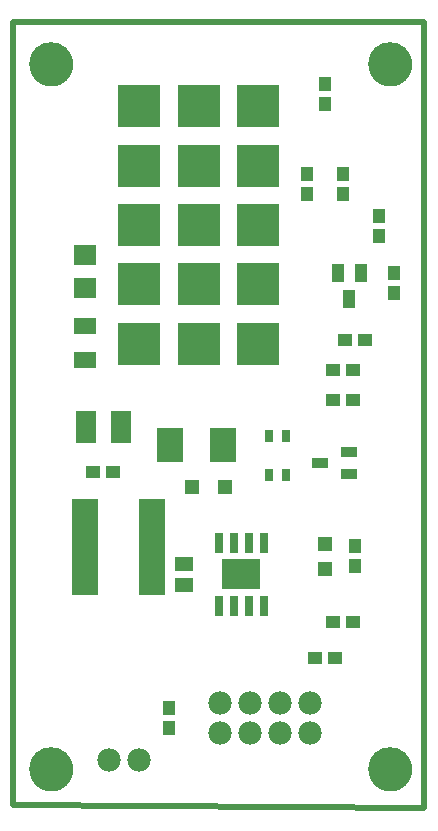
<source format=gts>
G75*
%MOIN*%
%OFA0B0*%
%FSLAX25Y25*%
%IPPOS*%
%LPD*%
%AMOC8*
5,1,8,0,0,1.08239X$1,22.5*
%
%ADD10C,0.02000*%
%ADD11C,0.00000*%
%ADD12C,0.14573*%
%ADD13R,0.13900X0.13900*%
%ADD14R,0.04731X0.04337*%
%ADD15R,0.06700X0.11000*%
%ADD16R,0.06100X0.04800*%
%ADD17R,0.03000X0.04200*%
%ADD18R,0.02500X0.06700*%
%ADD19R,0.12600X0.09900*%
%ADD20R,0.09061X0.31896*%
%ADD21R,0.05124X0.05124*%
%ADD22R,0.04337X0.04731*%
%ADD23R,0.08900X0.11199*%
%ADD24R,0.05600X0.03353*%
%ADD25R,0.07487X0.06699*%
%ADD26R,0.07487X0.05676*%
%ADD27C,0.07800*%
%ADD28R,0.04337X0.05912*%
D10*
X0002000Y0037211D02*
X0139000Y0036211D01*
X0139000Y0298211D01*
X0002000Y0298211D01*
X0002000Y0037211D01*
D11*
X0007413Y0049211D02*
X0007415Y0049385D01*
X0007422Y0049559D01*
X0007432Y0049732D01*
X0007447Y0049906D01*
X0007466Y0050079D01*
X0007490Y0050251D01*
X0007517Y0050423D01*
X0007549Y0050594D01*
X0007585Y0050764D01*
X0007625Y0050933D01*
X0007670Y0051101D01*
X0007718Y0051268D01*
X0007771Y0051434D01*
X0007827Y0051599D01*
X0007888Y0051762D01*
X0007952Y0051923D01*
X0008021Y0052083D01*
X0008093Y0052241D01*
X0008170Y0052397D01*
X0008250Y0052552D01*
X0008334Y0052704D01*
X0008421Y0052854D01*
X0008513Y0053003D01*
X0008607Y0053148D01*
X0008706Y0053292D01*
X0008808Y0053433D01*
X0008913Y0053571D01*
X0009022Y0053707D01*
X0009134Y0053840D01*
X0009249Y0053970D01*
X0009367Y0054098D01*
X0009489Y0054222D01*
X0009613Y0054344D01*
X0009741Y0054462D01*
X0009871Y0054577D01*
X0010004Y0054689D01*
X0010140Y0054798D01*
X0010278Y0054903D01*
X0010419Y0055005D01*
X0010563Y0055104D01*
X0010708Y0055198D01*
X0010857Y0055290D01*
X0011007Y0055377D01*
X0011159Y0055461D01*
X0011314Y0055541D01*
X0011470Y0055618D01*
X0011628Y0055690D01*
X0011788Y0055759D01*
X0011949Y0055823D01*
X0012112Y0055884D01*
X0012277Y0055940D01*
X0012443Y0055993D01*
X0012610Y0056041D01*
X0012778Y0056086D01*
X0012947Y0056126D01*
X0013117Y0056162D01*
X0013288Y0056194D01*
X0013460Y0056221D01*
X0013632Y0056245D01*
X0013805Y0056264D01*
X0013979Y0056279D01*
X0014152Y0056289D01*
X0014326Y0056296D01*
X0014500Y0056298D01*
X0014674Y0056296D01*
X0014848Y0056289D01*
X0015021Y0056279D01*
X0015195Y0056264D01*
X0015368Y0056245D01*
X0015540Y0056221D01*
X0015712Y0056194D01*
X0015883Y0056162D01*
X0016053Y0056126D01*
X0016222Y0056086D01*
X0016390Y0056041D01*
X0016557Y0055993D01*
X0016723Y0055940D01*
X0016888Y0055884D01*
X0017051Y0055823D01*
X0017212Y0055759D01*
X0017372Y0055690D01*
X0017530Y0055618D01*
X0017686Y0055541D01*
X0017841Y0055461D01*
X0017993Y0055377D01*
X0018143Y0055290D01*
X0018292Y0055198D01*
X0018437Y0055104D01*
X0018581Y0055005D01*
X0018722Y0054903D01*
X0018860Y0054798D01*
X0018996Y0054689D01*
X0019129Y0054577D01*
X0019259Y0054462D01*
X0019387Y0054344D01*
X0019511Y0054222D01*
X0019633Y0054098D01*
X0019751Y0053970D01*
X0019866Y0053840D01*
X0019978Y0053707D01*
X0020087Y0053571D01*
X0020192Y0053433D01*
X0020294Y0053292D01*
X0020393Y0053148D01*
X0020487Y0053003D01*
X0020579Y0052854D01*
X0020666Y0052704D01*
X0020750Y0052552D01*
X0020830Y0052397D01*
X0020907Y0052241D01*
X0020979Y0052083D01*
X0021048Y0051923D01*
X0021112Y0051762D01*
X0021173Y0051599D01*
X0021229Y0051434D01*
X0021282Y0051268D01*
X0021330Y0051101D01*
X0021375Y0050933D01*
X0021415Y0050764D01*
X0021451Y0050594D01*
X0021483Y0050423D01*
X0021510Y0050251D01*
X0021534Y0050079D01*
X0021553Y0049906D01*
X0021568Y0049732D01*
X0021578Y0049559D01*
X0021585Y0049385D01*
X0021587Y0049211D01*
X0021585Y0049037D01*
X0021578Y0048863D01*
X0021568Y0048690D01*
X0021553Y0048516D01*
X0021534Y0048343D01*
X0021510Y0048171D01*
X0021483Y0047999D01*
X0021451Y0047828D01*
X0021415Y0047658D01*
X0021375Y0047489D01*
X0021330Y0047321D01*
X0021282Y0047154D01*
X0021229Y0046988D01*
X0021173Y0046823D01*
X0021112Y0046660D01*
X0021048Y0046499D01*
X0020979Y0046339D01*
X0020907Y0046181D01*
X0020830Y0046025D01*
X0020750Y0045870D01*
X0020666Y0045718D01*
X0020579Y0045568D01*
X0020487Y0045419D01*
X0020393Y0045274D01*
X0020294Y0045130D01*
X0020192Y0044989D01*
X0020087Y0044851D01*
X0019978Y0044715D01*
X0019866Y0044582D01*
X0019751Y0044452D01*
X0019633Y0044324D01*
X0019511Y0044200D01*
X0019387Y0044078D01*
X0019259Y0043960D01*
X0019129Y0043845D01*
X0018996Y0043733D01*
X0018860Y0043624D01*
X0018722Y0043519D01*
X0018581Y0043417D01*
X0018437Y0043318D01*
X0018292Y0043224D01*
X0018143Y0043132D01*
X0017993Y0043045D01*
X0017841Y0042961D01*
X0017686Y0042881D01*
X0017530Y0042804D01*
X0017372Y0042732D01*
X0017212Y0042663D01*
X0017051Y0042599D01*
X0016888Y0042538D01*
X0016723Y0042482D01*
X0016557Y0042429D01*
X0016390Y0042381D01*
X0016222Y0042336D01*
X0016053Y0042296D01*
X0015883Y0042260D01*
X0015712Y0042228D01*
X0015540Y0042201D01*
X0015368Y0042177D01*
X0015195Y0042158D01*
X0015021Y0042143D01*
X0014848Y0042133D01*
X0014674Y0042126D01*
X0014500Y0042124D01*
X0014326Y0042126D01*
X0014152Y0042133D01*
X0013979Y0042143D01*
X0013805Y0042158D01*
X0013632Y0042177D01*
X0013460Y0042201D01*
X0013288Y0042228D01*
X0013117Y0042260D01*
X0012947Y0042296D01*
X0012778Y0042336D01*
X0012610Y0042381D01*
X0012443Y0042429D01*
X0012277Y0042482D01*
X0012112Y0042538D01*
X0011949Y0042599D01*
X0011788Y0042663D01*
X0011628Y0042732D01*
X0011470Y0042804D01*
X0011314Y0042881D01*
X0011159Y0042961D01*
X0011007Y0043045D01*
X0010857Y0043132D01*
X0010708Y0043224D01*
X0010563Y0043318D01*
X0010419Y0043417D01*
X0010278Y0043519D01*
X0010140Y0043624D01*
X0010004Y0043733D01*
X0009871Y0043845D01*
X0009741Y0043960D01*
X0009613Y0044078D01*
X0009489Y0044200D01*
X0009367Y0044324D01*
X0009249Y0044452D01*
X0009134Y0044582D01*
X0009022Y0044715D01*
X0008913Y0044851D01*
X0008808Y0044989D01*
X0008706Y0045130D01*
X0008607Y0045274D01*
X0008513Y0045419D01*
X0008421Y0045568D01*
X0008334Y0045718D01*
X0008250Y0045870D01*
X0008170Y0046025D01*
X0008093Y0046181D01*
X0008021Y0046339D01*
X0007952Y0046499D01*
X0007888Y0046660D01*
X0007827Y0046823D01*
X0007771Y0046988D01*
X0007718Y0047154D01*
X0007670Y0047321D01*
X0007625Y0047489D01*
X0007585Y0047658D01*
X0007549Y0047828D01*
X0007517Y0047999D01*
X0007490Y0048171D01*
X0007466Y0048343D01*
X0007447Y0048516D01*
X0007432Y0048690D01*
X0007422Y0048863D01*
X0007415Y0049037D01*
X0007413Y0049211D01*
X0007413Y0284211D02*
X0007415Y0284385D01*
X0007422Y0284559D01*
X0007432Y0284732D01*
X0007447Y0284906D01*
X0007466Y0285079D01*
X0007490Y0285251D01*
X0007517Y0285423D01*
X0007549Y0285594D01*
X0007585Y0285764D01*
X0007625Y0285933D01*
X0007670Y0286101D01*
X0007718Y0286268D01*
X0007771Y0286434D01*
X0007827Y0286599D01*
X0007888Y0286762D01*
X0007952Y0286923D01*
X0008021Y0287083D01*
X0008093Y0287241D01*
X0008170Y0287397D01*
X0008250Y0287552D01*
X0008334Y0287704D01*
X0008421Y0287854D01*
X0008513Y0288003D01*
X0008607Y0288148D01*
X0008706Y0288292D01*
X0008808Y0288433D01*
X0008913Y0288571D01*
X0009022Y0288707D01*
X0009134Y0288840D01*
X0009249Y0288970D01*
X0009367Y0289098D01*
X0009489Y0289222D01*
X0009613Y0289344D01*
X0009741Y0289462D01*
X0009871Y0289577D01*
X0010004Y0289689D01*
X0010140Y0289798D01*
X0010278Y0289903D01*
X0010419Y0290005D01*
X0010563Y0290104D01*
X0010708Y0290198D01*
X0010857Y0290290D01*
X0011007Y0290377D01*
X0011159Y0290461D01*
X0011314Y0290541D01*
X0011470Y0290618D01*
X0011628Y0290690D01*
X0011788Y0290759D01*
X0011949Y0290823D01*
X0012112Y0290884D01*
X0012277Y0290940D01*
X0012443Y0290993D01*
X0012610Y0291041D01*
X0012778Y0291086D01*
X0012947Y0291126D01*
X0013117Y0291162D01*
X0013288Y0291194D01*
X0013460Y0291221D01*
X0013632Y0291245D01*
X0013805Y0291264D01*
X0013979Y0291279D01*
X0014152Y0291289D01*
X0014326Y0291296D01*
X0014500Y0291298D01*
X0014674Y0291296D01*
X0014848Y0291289D01*
X0015021Y0291279D01*
X0015195Y0291264D01*
X0015368Y0291245D01*
X0015540Y0291221D01*
X0015712Y0291194D01*
X0015883Y0291162D01*
X0016053Y0291126D01*
X0016222Y0291086D01*
X0016390Y0291041D01*
X0016557Y0290993D01*
X0016723Y0290940D01*
X0016888Y0290884D01*
X0017051Y0290823D01*
X0017212Y0290759D01*
X0017372Y0290690D01*
X0017530Y0290618D01*
X0017686Y0290541D01*
X0017841Y0290461D01*
X0017993Y0290377D01*
X0018143Y0290290D01*
X0018292Y0290198D01*
X0018437Y0290104D01*
X0018581Y0290005D01*
X0018722Y0289903D01*
X0018860Y0289798D01*
X0018996Y0289689D01*
X0019129Y0289577D01*
X0019259Y0289462D01*
X0019387Y0289344D01*
X0019511Y0289222D01*
X0019633Y0289098D01*
X0019751Y0288970D01*
X0019866Y0288840D01*
X0019978Y0288707D01*
X0020087Y0288571D01*
X0020192Y0288433D01*
X0020294Y0288292D01*
X0020393Y0288148D01*
X0020487Y0288003D01*
X0020579Y0287854D01*
X0020666Y0287704D01*
X0020750Y0287552D01*
X0020830Y0287397D01*
X0020907Y0287241D01*
X0020979Y0287083D01*
X0021048Y0286923D01*
X0021112Y0286762D01*
X0021173Y0286599D01*
X0021229Y0286434D01*
X0021282Y0286268D01*
X0021330Y0286101D01*
X0021375Y0285933D01*
X0021415Y0285764D01*
X0021451Y0285594D01*
X0021483Y0285423D01*
X0021510Y0285251D01*
X0021534Y0285079D01*
X0021553Y0284906D01*
X0021568Y0284732D01*
X0021578Y0284559D01*
X0021585Y0284385D01*
X0021587Y0284211D01*
X0021585Y0284037D01*
X0021578Y0283863D01*
X0021568Y0283690D01*
X0021553Y0283516D01*
X0021534Y0283343D01*
X0021510Y0283171D01*
X0021483Y0282999D01*
X0021451Y0282828D01*
X0021415Y0282658D01*
X0021375Y0282489D01*
X0021330Y0282321D01*
X0021282Y0282154D01*
X0021229Y0281988D01*
X0021173Y0281823D01*
X0021112Y0281660D01*
X0021048Y0281499D01*
X0020979Y0281339D01*
X0020907Y0281181D01*
X0020830Y0281025D01*
X0020750Y0280870D01*
X0020666Y0280718D01*
X0020579Y0280568D01*
X0020487Y0280419D01*
X0020393Y0280274D01*
X0020294Y0280130D01*
X0020192Y0279989D01*
X0020087Y0279851D01*
X0019978Y0279715D01*
X0019866Y0279582D01*
X0019751Y0279452D01*
X0019633Y0279324D01*
X0019511Y0279200D01*
X0019387Y0279078D01*
X0019259Y0278960D01*
X0019129Y0278845D01*
X0018996Y0278733D01*
X0018860Y0278624D01*
X0018722Y0278519D01*
X0018581Y0278417D01*
X0018437Y0278318D01*
X0018292Y0278224D01*
X0018143Y0278132D01*
X0017993Y0278045D01*
X0017841Y0277961D01*
X0017686Y0277881D01*
X0017530Y0277804D01*
X0017372Y0277732D01*
X0017212Y0277663D01*
X0017051Y0277599D01*
X0016888Y0277538D01*
X0016723Y0277482D01*
X0016557Y0277429D01*
X0016390Y0277381D01*
X0016222Y0277336D01*
X0016053Y0277296D01*
X0015883Y0277260D01*
X0015712Y0277228D01*
X0015540Y0277201D01*
X0015368Y0277177D01*
X0015195Y0277158D01*
X0015021Y0277143D01*
X0014848Y0277133D01*
X0014674Y0277126D01*
X0014500Y0277124D01*
X0014326Y0277126D01*
X0014152Y0277133D01*
X0013979Y0277143D01*
X0013805Y0277158D01*
X0013632Y0277177D01*
X0013460Y0277201D01*
X0013288Y0277228D01*
X0013117Y0277260D01*
X0012947Y0277296D01*
X0012778Y0277336D01*
X0012610Y0277381D01*
X0012443Y0277429D01*
X0012277Y0277482D01*
X0012112Y0277538D01*
X0011949Y0277599D01*
X0011788Y0277663D01*
X0011628Y0277732D01*
X0011470Y0277804D01*
X0011314Y0277881D01*
X0011159Y0277961D01*
X0011007Y0278045D01*
X0010857Y0278132D01*
X0010708Y0278224D01*
X0010563Y0278318D01*
X0010419Y0278417D01*
X0010278Y0278519D01*
X0010140Y0278624D01*
X0010004Y0278733D01*
X0009871Y0278845D01*
X0009741Y0278960D01*
X0009613Y0279078D01*
X0009489Y0279200D01*
X0009367Y0279324D01*
X0009249Y0279452D01*
X0009134Y0279582D01*
X0009022Y0279715D01*
X0008913Y0279851D01*
X0008808Y0279989D01*
X0008706Y0280130D01*
X0008607Y0280274D01*
X0008513Y0280419D01*
X0008421Y0280568D01*
X0008334Y0280718D01*
X0008250Y0280870D01*
X0008170Y0281025D01*
X0008093Y0281181D01*
X0008021Y0281339D01*
X0007952Y0281499D01*
X0007888Y0281660D01*
X0007827Y0281823D01*
X0007771Y0281988D01*
X0007718Y0282154D01*
X0007670Y0282321D01*
X0007625Y0282489D01*
X0007585Y0282658D01*
X0007549Y0282828D01*
X0007517Y0282999D01*
X0007490Y0283171D01*
X0007466Y0283343D01*
X0007447Y0283516D01*
X0007432Y0283690D01*
X0007422Y0283863D01*
X0007415Y0284037D01*
X0007413Y0284211D01*
X0120413Y0284211D02*
X0120415Y0284385D01*
X0120422Y0284559D01*
X0120432Y0284732D01*
X0120447Y0284906D01*
X0120466Y0285079D01*
X0120490Y0285251D01*
X0120517Y0285423D01*
X0120549Y0285594D01*
X0120585Y0285764D01*
X0120625Y0285933D01*
X0120670Y0286101D01*
X0120718Y0286268D01*
X0120771Y0286434D01*
X0120827Y0286599D01*
X0120888Y0286762D01*
X0120952Y0286923D01*
X0121021Y0287083D01*
X0121093Y0287241D01*
X0121170Y0287397D01*
X0121250Y0287552D01*
X0121334Y0287704D01*
X0121421Y0287854D01*
X0121513Y0288003D01*
X0121607Y0288148D01*
X0121706Y0288292D01*
X0121808Y0288433D01*
X0121913Y0288571D01*
X0122022Y0288707D01*
X0122134Y0288840D01*
X0122249Y0288970D01*
X0122367Y0289098D01*
X0122489Y0289222D01*
X0122613Y0289344D01*
X0122741Y0289462D01*
X0122871Y0289577D01*
X0123004Y0289689D01*
X0123140Y0289798D01*
X0123278Y0289903D01*
X0123419Y0290005D01*
X0123563Y0290104D01*
X0123708Y0290198D01*
X0123857Y0290290D01*
X0124007Y0290377D01*
X0124159Y0290461D01*
X0124314Y0290541D01*
X0124470Y0290618D01*
X0124628Y0290690D01*
X0124788Y0290759D01*
X0124949Y0290823D01*
X0125112Y0290884D01*
X0125277Y0290940D01*
X0125443Y0290993D01*
X0125610Y0291041D01*
X0125778Y0291086D01*
X0125947Y0291126D01*
X0126117Y0291162D01*
X0126288Y0291194D01*
X0126460Y0291221D01*
X0126632Y0291245D01*
X0126805Y0291264D01*
X0126979Y0291279D01*
X0127152Y0291289D01*
X0127326Y0291296D01*
X0127500Y0291298D01*
X0127674Y0291296D01*
X0127848Y0291289D01*
X0128021Y0291279D01*
X0128195Y0291264D01*
X0128368Y0291245D01*
X0128540Y0291221D01*
X0128712Y0291194D01*
X0128883Y0291162D01*
X0129053Y0291126D01*
X0129222Y0291086D01*
X0129390Y0291041D01*
X0129557Y0290993D01*
X0129723Y0290940D01*
X0129888Y0290884D01*
X0130051Y0290823D01*
X0130212Y0290759D01*
X0130372Y0290690D01*
X0130530Y0290618D01*
X0130686Y0290541D01*
X0130841Y0290461D01*
X0130993Y0290377D01*
X0131143Y0290290D01*
X0131292Y0290198D01*
X0131437Y0290104D01*
X0131581Y0290005D01*
X0131722Y0289903D01*
X0131860Y0289798D01*
X0131996Y0289689D01*
X0132129Y0289577D01*
X0132259Y0289462D01*
X0132387Y0289344D01*
X0132511Y0289222D01*
X0132633Y0289098D01*
X0132751Y0288970D01*
X0132866Y0288840D01*
X0132978Y0288707D01*
X0133087Y0288571D01*
X0133192Y0288433D01*
X0133294Y0288292D01*
X0133393Y0288148D01*
X0133487Y0288003D01*
X0133579Y0287854D01*
X0133666Y0287704D01*
X0133750Y0287552D01*
X0133830Y0287397D01*
X0133907Y0287241D01*
X0133979Y0287083D01*
X0134048Y0286923D01*
X0134112Y0286762D01*
X0134173Y0286599D01*
X0134229Y0286434D01*
X0134282Y0286268D01*
X0134330Y0286101D01*
X0134375Y0285933D01*
X0134415Y0285764D01*
X0134451Y0285594D01*
X0134483Y0285423D01*
X0134510Y0285251D01*
X0134534Y0285079D01*
X0134553Y0284906D01*
X0134568Y0284732D01*
X0134578Y0284559D01*
X0134585Y0284385D01*
X0134587Y0284211D01*
X0134585Y0284037D01*
X0134578Y0283863D01*
X0134568Y0283690D01*
X0134553Y0283516D01*
X0134534Y0283343D01*
X0134510Y0283171D01*
X0134483Y0282999D01*
X0134451Y0282828D01*
X0134415Y0282658D01*
X0134375Y0282489D01*
X0134330Y0282321D01*
X0134282Y0282154D01*
X0134229Y0281988D01*
X0134173Y0281823D01*
X0134112Y0281660D01*
X0134048Y0281499D01*
X0133979Y0281339D01*
X0133907Y0281181D01*
X0133830Y0281025D01*
X0133750Y0280870D01*
X0133666Y0280718D01*
X0133579Y0280568D01*
X0133487Y0280419D01*
X0133393Y0280274D01*
X0133294Y0280130D01*
X0133192Y0279989D01*
X0133087Y0279851D01*
X0132978Y0279715D01*
X0132866Y0279582D01*
X0132751Y0279452D01*
X0132633Y0279324D01*
X0132511Y0279200D01*
X0132387Y0279078D01*
X0132259Y0278960D01*
X0132129Y0278845D01*
X0131996Y0278733D01*
X0131860Y0278624D01*
X0131722Y0278519D01*
X0131581Y0278417D01*
X0131437Y0278318D01*
X0131292Y0278224D01*
X0131143Y0278132D01*
X0130993Y0278045D01*
X0130841Y0277961D01*
X0130686Y0277881D01*
X0130530Y0277804D01*
X0130372Y0277732D01*
X0130212Y0277663D01*
X0130051Y0277599D01*
X0129888Y0277538D01*
X0129723Y0277482D01*
X0129557Y0277429D01*
X0129390Y0277381D01*
X0129222Y0277336D01*
X0129053Y0277296D01*
X0128883Y0277260D01*
X0128712Y0277228D01*
X0128540Y0277201D01*
X0128368Y0277177D01*
X0128195Y0277158D01*
X0128021Y0277143D01*
X0127848Y0277133D01*
X0127674Y0277126D01*
X0127500Y0277124D01*
X0127326Y0277126D01*
X0127152Y0277133D01*
X0126979Y0277143D01*
X0126805Y0277158D01*
X0126632Y0277177D01*
X0126460Y0277201D01*
X0126288Y0277228D01*
X0126117Y0277260D01*
X0125947Y0277296D01*
X0125778Y0277336D01*
X0125610Y0277381D01*
X0125443Y0277429D01*
X0125277Y0277482D01*
X0125112Y0277538D01*
X0124949Y0277599D01*
X0124788Y0277663D01*
X0124628Y0277732D01*
X0124470Y0277804D01*
X0124314Y0277881D01*
X0124159Y0277961D01*
X0124007Y0278045D01*
X0123857Y0278132D01*
X0123708Y0278224D01*
X0123563Y0278318D01*
X0123419Y0278417D01*
X0123278Y0278519D01*
X0123140Y0278624D01*
X0123004Y0278733D01*
X0122871Y0278845D01*
X0122741Y0278960D01*
X0122613Y0279078D01*
X0122489Y0279200D01*
X0122367Y0279324D01*
X0122249Y0279452D01*
X0122134Y0279582D01*
X0122022Y0279715D01*
X0121913Y0279851D01*
X0121808Y0279989D01*
X0121706Y0280130D01*
X0121607Y0280274D01*
X0121513Y0280419D01*
X0121421Y0280568D01*
X0121334Y0280718D01*
X0121250Y0280870D01*
X0121170Y0281025D01*
X0121093Y0281181D01*
X0121021Y0281339D01*
X0120952Y0281499D01*
X0120888Y0281660D01*
X0120827Y0281823D01*
X0120771Y0281988D01*
X0120718Y0282154D01*
X0120670Y0282321D01*
X0120625Y0282489D01*
X0120585Y0282658D01*
X0120549Y0282828D01*
X0120517Y0282999D01*
X0120490Y0283171D01*
X0120466Y0283343D01*
X0120447Y0283516D01*
X0120432Y0283690D01*
X0120422Y0283863D01*
X0120415Y0284037D01*
X0120413Y0284211D01*
X0120413Y0049211D02*
X0120415Y0049385D01*
X0120422Y0049559D01*
X0120432Y0049732D01*
X0120447Y0049906D01*
X0120466Y0050079D01*
X0120490Y0050251D01*
X0120517Y0050423D01*
X0120549Y0050594D01*
X0120585Y0050764D01*
X0120625Y0050933D01*
X0120670Y0051101D01*
X0120718Y0051268D01*
X0120771Y0051434D01*
X0120827Y0051599D01*
X0120888Y0051762D01*
X0120952Y0051923D01*
X0121021Y0052083D01*
X0121093Y0052241D01*
X0121170Y0052397D01*
X0121250Y0052552D01*
X0121334Y0052704D01*
X0121421Y0052854D01*
X0121513Y0053003D01*
X0121607Y0053148D01*
X0121706Y0053292D01*
X0121808Y0053433D01*
X0121913Y0053571D01*
X0122022Y0053707D01*
X0122134Y0053840D01*
X0122249Y0053970D01*
X0122367Y0054098D01*
X0122489Y0054222D01*
X0122613Y0054344D01*
X0122741Y0054462D01*
X0122871Y0054577D01*
X0123004Y0054689D01*
X0123140Y0054798D01*
X0123278Y0054903D01*
X0123419Y0055005D01*
X0123563Y0055104D01*
X0123708Y0055198D01*
X0123857Y0055290D01*
X0124007Y0055377D01*
X0124159Y0055461D01*
X0124314Y0055541D01*
X0124470Y0055618D01*
X0124628Y0055690D01*
X0124788Y0055759D01*
X0124949Y0055823D01*
X0125112Y0055884D01*
X0125277Y0055940D01*
X0125443Y0055993D01*
X0125610Y0056041D01*
X0125778Y0056086D01*
X0125947Y0056126D01*
X0126117Y0056162D01*
X0126288Y0056194D01*
X0126460Y0056221D01*
X0126632Y0056245D01*
X0126805Y0056264D01*
X0126979Y0056279D01*
X0127152Y0056289D01*
X0127326Y0056296D01*
X0127500Y0056298D01*
X0127674Y0056296D01*
X0127848Y0056289D01*
X0128021Y0056279D01*
X0128195Y0056264D01*
X0128368Y0056245D01*
X0128540Y0056221D01*
X0128712Y0056194D01*
X0128883Y0056162D01*
X0129053Y0056126D01*
X0129222Y0056086D01*
X0129390Y0056041D01*
X0129557Y0055993D01*
X0129723Y0055940D01*
X0129888Y0055884D01*
X0130051Y0055823D01*
X0130212Y0055759D01*
X0130372Y0055690D01*
X0130530Y0055618D01*
X0130686Y0055541D01*
X0130841Y0055461D01*
X0130993Y0055377D01*
X0131143Y0055290D01*
X0131292Y0055198D01*
X0131437Y0055104D01*
X0131581Y0055005D01*
X0131722Y0054903D01*
X0131860Y0054798D01*
X0131996Y0054689D01*
X0132129Y0054577D01*
X0132259Y0054462D01*
X0132387Y0054344D01*
X0132511Y0054222D01*
X0132633Y0054098D01*
X0132751Y0053970D01*
X0132866Y0053840D01*
X0132978Y0053707D01*
X0133087Y0053571D01*
X0133192Y0053433D01*
X0133294Y0053292D01*
X0133393Y0053148D01*
X0133487Y0053003D01*
X0133579Y0052854D01*
X0133666Y0052704D01*
X0133750Y0052552D01*
X0133830Y0052397D01*
X0133907Y0052241D01*
X0133979Y0052083D01*
X0134048Y0051923D01*
X0134112Y0051762D01*
X0134173Y0051599D01*
X0134229Y0051434D01*
X0134282Y0051268D01*
X0134330Y0051101D01*
X0134375Y0050933D01*
X0134415Y0050764D01*
X0134451Y0050594D01*
X0134483Y0050423D01*
X0134510Y0050251D01*
X0134534Y0050079D01*
X0134553Y0049906D01*
X0134568Y0049732D01*
X0134578Y0049559D01*
X0134585Y0049385D01*
X0134587Y0049211D01*
X0134585Y0049037D01*
X0134578Y0048863D01*
X0134568Y0048690D01*
X0134553Y0048516D01*
X0134534Y0048343D01*
X0134510Y0048171D01*
X0134483Y0047999D01*
X0134451Y0047828D01*
X0134415Y0047658D01*
X0134375Y0047489D01*
X0134330Y0047321D01*
X0134282Y0047154D01*
X0134229Y0046988D01*
X0134173Y0046823D01*
X0134112Y0046660D01*
X0134048Y0046499D01*
X0133979Y0046339D01*
X0133907Y0046181D01*
X0133830Y0046025D01*
X0133750Y0045870D01*
X0133666Y0045718D01*
X0133579Y0045568D01*
X0133487Y0045419D01*
X0133393Y0045274D01*
X0133294Y0045130D01*
X0133192Y0044989D01*
X0133087Y0044851D01*
X0132978Y0044715D01*
X0132866Y0044582D01*
X0132751Y0044452D01*
X0132633Y0044324D01*
X0132511Y0044200D01*
X0132387Y0044078D01*
X0132259Y0043960D01*
X0132129Y0043845D01*
X0131996Y0043733D01*
X0131860Y0043624D01*
X0131722Y0043519D01*
X0131581Y0043417D01*
X0131437Y0043318D01*
X0131292Y0043224D01*
X0131143Y0043132D01*
X0130993Y0043045D01*
X0130841Y0042961D01*
X0130686Y0042881D01*
X0130530Y0042804D01*
X0130372Y0042732D01*
X0130212Y0042663D01*
X0130051Y0042599D01*
X0129888Y0042538D01*
X0129723Y0042482D01*
X0129557Y0042429D01*
X0129390Y0042381D01*
X0129222Y0042336D01*
X0129053Y0042296D01*
X0128883Y0042260D01*
X0128712Y0042228D01*
X0128540Y0042201D01*
X0128368Y0042177D01*
X0128195Y0042158D01*
X0128021Y0042143D01*
X0127848Y0042133D01*
X0127674Y0042126D01*
X0127500Y0042124D01*
X0127326Y0042126D01*
X0127152Y0042133D01*
X0126979Y0042143D01*
X0126805Y0042158D01*
X0126632Y0042177D01*
X0126460Y0042201D01*
X0126288Y0042228D01*
X0126117Y0042260D01*
X0125947Y0042296D01*
X0125778Y0042336D01*
X0125610Y0042381D01*
X0125443Y0042429D01*
X0125277Y0042482D01*
X0125112Y0042538D01*
X0124949Y0042599D01*
X0124788Y0042663D01*
X0124628Y0042732D01*
X0124470Y0042804D01*
X0124314Y0042881D01*
X0124159Y0042961D01*
X0124007Y0043045D01*
X0123857Y0043132D01*
X0123708Y0043224D01*
X0123563Y0043318D01*
X0123419Y0043417D01*
X0123278Y0043519D01*
X0123140Y0043624D01*
X0123004Y0043733D01*
X0122871Y0043845D01*
X0122741Y0043960D01*
X0122613Y0044078D01*
X0122489Y0044200D01*
X0122367Y0044324D01*
X0122249Y0044452D01*
X0122134Y0044582D01*
X0122022Y0044715D01*
X0121913Y0044851D01*
X0121808Y0044989D01*
X0121706Y0045130D01*
X0121607Y0045274D01*
X0121513Y0045419D01*
X0121421Y0045568D01*
X0121334Y0045718D01*
X0121250Y0045870D01*
X0121170Y0046025D01*
X0121093Y0046181D01*
X0121021Y0046339D01*
X0120952Y0046499D01*
X0120888Y0046660D01*
X0120827Y0046823D01*
X0120771Y0046988D01*
X0120718Y0047154D01*
X0120670Y0047321D01*
X0120625Y0047489D01*
X0120585Y0047658D01*
X0120549Y0047828D01*
X0120517Y0047999D01*
X0120490Y0048171D01*
X0120466Y0048343D01*
X0120447Y0048516D01*
X0120432Y0048690D01*
X0120422Y0048863D01*
X0120415Y0049037D01*
X0120413Y0049211D01*
D12*
X0127500Y0049211D03*
X0127500Y0284211D03*
X0014500Y0284211D03*
X0014500Y0049211D03*
D13*
X0044000Y0191011D03*
X0044000Y0210811D03*
X0044000Y0230611D03*
X0044000Y0250411D03*
X0044000Y0270211D03*
X0063800Y0270211D03*
X0063800Y0250411D03*
X0063800Y0230611D03*
X0063800Y0210811D03*
X0063800Y0191011D03*
X0083600Y0191011D03*
X0083600Y0210811D03*
X0083600Y0230611D03*
X0083600Y0250411D03*
X0083600Y0270211D03*
D14*
X0112654Y0192211D03*
X0115346Y0182211D03*
X0115346Y0172211D03*
X0108654Y0172211D03*
X0108654Y0182211D03*
X0119346Y0192211D03*
X0115346Y0098211D03*
X0108654Y0098211D03*
X0109346Y0086211D03*
X0102654Y0086211D03*
X0035346Y0148211D03*
X0028654Y0148211D03*
D15*
X0026100Y0163211D03*
X0037900Y0163211D03*
D16*
X0059000Y0117761D03*
X0059000Y0110661D03*
D17*
X0087250Y0147211D03*
X0092750Y0147211D03*
X0092750Y0160211D03*
X0087250Y0160211D03*
D18*
X0085500Y0124661D03*
X0080500Y0124661D03*
X0075500Y0124661D03*
X0070500Y0124661D03*
X0070500Y0103761D03*
X0075500Y0103761D03*
X0080500Y0103761D03*
X0085500Y0103761D03*
D19*
X0078000Y0114211D03*
D20*
X0048220Y0123211D03*
X0025780Y0123211D03*
D21*
X0061488Y0143211D03*
X0072512Y0143211D03*
X0106000Y0124344D03*
X0106000Y0116077D03*
D22*
X0116000Y0116864D03*
X0116000Y0123557D03*
X0129000Y0207864D03*
X0129000Y0214557D03*
X0124000Y0226864D03*
X0124000Y0233557D03*
X0112000Y0240864D03*
X0112000Y0247557D03*
X0106000Y0270864D03*
X0106000Y0277557D03*
X0100000Y0247557D03*
X0100000Y0240864D03*
X0054000Y0069557D03*
X0054000Y0062864D03*
D23*
X0054295Y0157211D03*
X0071705Y0157211D03*
D24*
X0104300Y0151211D03*
X0113700Y0154911D03*
X0113700Y0147511D03*
D25*
X0026000Y0209699D03*
X0026000Y0220722D03*
D26*
X0026000Y0196841D03*
X0026000Y0185581D03*
D27*
X0071000Y0071211D03*
X0071000Y0061211D03*
X0081000Y0061211D03*
X0081000Y0071211D03*
X0091000Y0071211D03*
X0091000Y0061211D03*
X0101000Y0061211D03*
X0101000Y0071211D03*
X0044000Y0052211D03*
X0034000Y0052211D03*
D28*
X0110260Y0214541D03*
X0114000Y0205880D03*
X0117740Y0214541D03*
M02*

</source>
